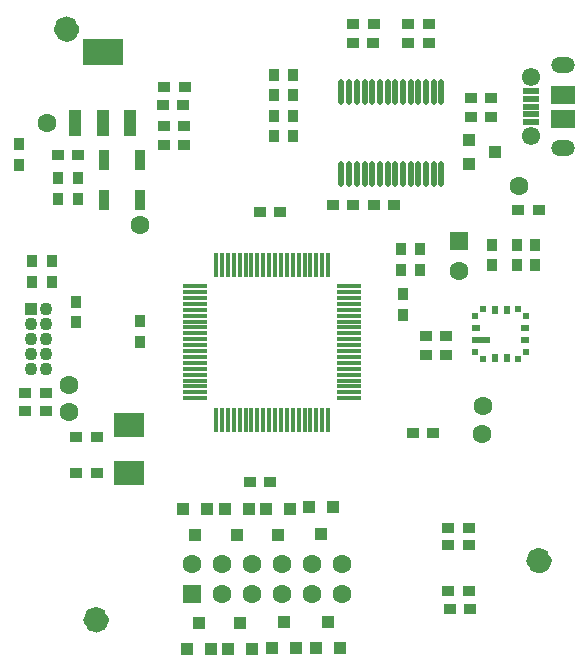
<source format=gts>
G04 Layer_Color=8388736*
%FSLAX43Y43*%
%MOMM*%
G71*
G01*
G75*
%ADD48C,1.200*%
%ADD49O,0.450X2.200*%
%ADD50R,1.000X0.900*%
%ADD51R,0.900X1.000*%
%ADD52R,1.116X1.116*%
%ADD53R,2.000X1.600*%
%ADD54R,1.450X0.500*%
%ADD55C,1.600*%
%ADD56R,3.400X2.300*%
%ADD57R,1.100X2.300*%
%ADD58R,0.900X1.700*%
%ADD59R,1.116X1.116*%
%ADD60R,2.500X2.000*%
%ADD61R,0.800X0.600*%
%ADD62R,0.600X0.600*%
%ADD63R,0.600X0.600*%
%ADD64R,0.600X0.800*%
%ADD65R,1.600X0.600*%
%ADD66O,0.400X2.100*%
%ADD67O,2.100X0.400*%
%ADD68O,2.000X1.350*%
%ADD69C,1.550*%
%ADD70R,1.600X1.600*%
%ADD71R,1.100X1.100*%
%ADD72C,1.100*%
%ADD73R,0.100X0.100*%
%ADD74R,1.600X1.600*%
D48*
X10500Y5000D02*
G03*
X10500Y5000I-500J0D01*
G01*
X48000Y10000D02*
G03*
X48000Y10000I-500J0D01*
G01*
X8000Y55000D02*
G03*
X8000Y55000I-500J0D01*
G01*
D49*
X30775Y42750D02*
D03*
X31425D02*
D03*
X32075D02*
D03*
X32725D02*
D03*
X33375D02*
D03*
X34025D02*
D03*
X34675D02*
D03*
X35325D02*
D03*
X35975D02*
D03*
X36625D02*
D03*
X37275D02*
D03*
X37925D02*
D03*
X38575D02*
D03*
X39225D02*
D03*
X30775Y49650D02*
D03*
X31425D02*
D03*
X32075D02*
D03*
X32725D02*
D03*
X33375D02*
D03*
X34025D02*
D03*
X34675D02*
D03*
X35325D02*
D03*
X35975D02*
D03*
X36625D02*
D03*
X37275D02*
D03*
X37925D02*
D03*
X38575D02*
D03*
X39225D02*
D03*
D50*
X24764Y16700D02*
D03*
X23036D02*
D03*
X43464Y47600D02*
D03*
X41736D02*
D03*
X43464Y49200D02*
D03*
X41736D02*
D03*
X38164Y53800D02*
D03*
X36436D02*
D03*
X38164Y55400D02*
D03*
X36436D02*
D03*
X33464Y53800D02*
D03*
X31736D02*
D03*
X31767Y55410D02*
D03*
X33495D02*
D03*
X45736Y39700D02*
D03*
X47464D02*
D03*
X17513Y50083D02*
D03*
X15785D02*
D03*
X17386Y48559D02*
D03*
X15658D02*
D03*
X15736Y46800D02*
D03*
X17464D02*
D03*
X15736Y45200D02*
D03*
X17464D02*
D03*
X8496Y44368D02*
D03*
X6768D02*
D03*
X23836Y39500D02*
D03*
X25564D02*
D03*
X31764Y40100D02*
D03*
X30036D02*
D03*
X33536D02*
D03*
X35264D02*
D03*
X39664Y27400D02*
D03*
X37936D02*
D03*
X39664Y29000D02*
D03*
X37936D02*
D03*
X36836Y20800D02*
D03*
X38564D02*
D03*
X39836Y12800D02*
D03*
X41564D02*
D03*
X39936Y5900D02*
D03*
X41664D02*
D03*
X39836Y7400D02*
D03*
X41564D02*
D03*
X39836Y11300D02*
D03*
X41564D02*
D03*
X8336Y20500D02*
D03*
X10064D02*
D03*
X8336Y17400D02*
D03*
X10064D02*
D03*
X5750Y22677D02*
D03*
X4022D02*
D03*
Y24201D02*
D03*
X5750D02*
D03*
D51*
X26700Y45936D02*
D03*
Y47664D02*
D03*
X25100Y45936D02*
D03*
Y47664D02*
D03*
X26674Y51148D02*
D03*
Y49420D02*
D03*
X25100Y51164D02*
D03*
Y49436D02*
D03*
X43500Y35036D02*
D03*
Y36764D02*
D03*
X8500Y42364D02*
D03*
Y40636D02*
D03*
X6800Y42364D02*
D03*
Y40636D02*
D03*
X3500Y45264D02*
D03*
Y43536D02*
D03*
X35800Y36364D02*
D03*
Y34636D02*
D03*
X37400Y36364D02*
D03*
Y34636D02*
D03*
X47200Y35036D02*
D03*
Y36764D02*
D03*
X45600Y35036D02*
D03*
Y36764D02*
D03*
X36000Y30836D02*
D03*
Y32564D02*
D03*
X13700Y30264D02*
D03*
Y28536D02*
D03*
X6283Y35352D02*
D03*
Y33624D02*
D03*
X4600Y33636D02*
D03*
Y35364D02*
D03*
X8315Y30195D02*
D03*
Y31923D02*
D03*
D52*
X41590Y43584D02*
D03*
Y45616D02*
D03*
X43800Y44600D02*
D03*
D53*
X49500Y49400D02*
D03*
Y47400D02*
D03*
D54*
X46800Y49750D02*
D03*
Y49100D02*
D03*
Y48450D02*
D03*
Y47800D02*
D03*
Y47150D02*
D03*
D55*
X45800Y41700D02*
D03*
X13728Y38399D02*
D03*
X5854Y47035D02*
D03*
X42732Y23058D02*
D03*
X42700Y20700D02*
D03*
X7680Y24836D02*
D03*
Y22550D02*
D03*
X30820Y9700D02*
D03*
Y7160D02*
D03*
X28280Y9700D02*
D03*
Y7160D02*
D03*
X25740Y9700D02*
D03*
Y7160D02*
D03*
X23200Y9700D02*
D03*
Y7160D02*
D03*
X20660Y9700D02*
D03*
Y7160D02*
D03*
X18120Y9700D02*
D03*
X40700Y34560D02*
D03*
D56*
X10553Y53083D02*
D03*
D57*
X12853Y47083D02*
D03*
X10553D02*
D03*
X8253D02*
D03*
D58*
X13728Y40509D02*
D03*
Y43909D02*
D03*
X10680Y40509D02*
D03*
Y43909D02*
D03*
D59*
X30616Y2590D02*
D03*
X28584D02*
D03*
X29600Y4800D02*
D03*
X26916Y2590D02*
D03*
X24884D02*
D03*
X25900Y4800D02*
D03*
X23216Y2490D02*
D03*
X21184D02*
D03*
X22200Y4700D02*
D03*
X19700Y2500D02*
D03*
X17668D02*
D03*
X18684Y4710D02*
D03*
X27984Y14510D02*
D03*
X30016D02*
D03*
X29000Y12300D02*
D03*
X24400Y14400D02*
D03*
X26432D02*
D03*
X25416Y12190D02*
D03*
X20884Y14410D02*
D03*
X22916D02*
D03*
X21900Y12200D02*
D03*
X17368Y14400D02*
D03*
X19400D02*
D03*
X18384Y12190D02*
D03*
D60*
X12800Y21500D02*
D03*
Y17400D02*
D03*
D61*
X42200Y29700D02*
D03*
X46300D02*
D03*
Y28700D02*
D03*
D62*
X42100Y30700D02*
D03*
X46400D02*
D03*
Y27700D02*
D03*
X42100D02*
D03*
D63*
X42750Y31350D02*
D03*
X45750D02*
D03*
Y27050D02*
D03*
X42750D02*
D03*
D64*
X43750Y31250D02*
D03*
X44750D02*
D03*
Y27150D02*
D03*
X43750D02*
D03*
D65*
X42600Y28700D02*
D03*
D66*
X20150Y35050D02*
D03*
X20650D02*
D03*
X21150D02*
D03*
X21650D02*
D03*
X22150D02*
D03*
X22650D02*
D03*
X23150D02*
D03*
X23650D02*
D03*
X24150D02*
D03*
X24650D02*
D03*
X25150D02*
D03*
X25650D02*
D03*
X26150D02*
D03*
X26650D02*
D03*
X27150D02*
D03*
X27650D02*
D03*
X28150D02*
D03*
X28650D02*
D03*
X29150D02*
D03*
X29650D02*
D03*
Y21950D02*
D03*
X29150D02*
D03*
X28650D02*
D03*
X28150D02*
D03*
X27650D02*
D03*
X27150D02*
D03*
X26650D02*
D03*
X26150D02*
D03*
X25650D02*
D03*
X25150D02*
D03*
X24650D02*
D03*
X24150D02*
D03*
X23650D02*
D03*
X23150D02*
D03*
X22650D02*
D03*
X22150D02*
D03*
X21650D02*
D03*
X21150D02*
D03*
X20650D02*
D03*
X20150D02*
D03*
D67*
X31450Y33250D02*
D03*
Y32750D02*
D03*
Y32250D02*
D03*
Y31750D02*
D03*
Y31250D02*
D03*
Y30750D02*
D03*
Y30250D02*
D03*
Y29750D02*
D03*
Y29250D02*
D03*
Y28750D02*
D03*
Y28250D02*
D03*
Y27750D02*
D03*
Y27250D02*
D03*
Y26750D02*
D03*
Y26250D02*
D03*
Y25750D02*
D03*
Y25250D02*
D03*
Y24750D02*
D03*
Y24250D02*
D03*
Y23750D02*
D03*
X18350D02*
D03*
Y24250D02*
D03*
Y24750D02*
D03*
Y25250D02*
D03*
Y25750D02*
D03*
Y26250D02*
D03*
Y26750D02*
D03*
Y27250D02*
D03*
Y27750D02*
D03*
Y28250D02*
D03*
Y28750D02*
D03*
Y29250D02*
D03*
Y29750D02*
D03*
Y30250D02*
D03*
Y30750D02*
D03*
Y31250D02*
D03*
Y31750D02*
D03*
Y32250D02*
D03*
Y32750D02*
D03*
Y33250D02*
D03*
D68*
X49500Y51950D02*
D03*
Y44950D02*
D03*
D69*
X46800Y50950D02*
D03*
Y45950D02*
D03*
D70*
X18120Y7160D02*
D03*
D71*
X4505Y31313D02*
D03*
D72*
X5775D02*
D03*
X4505Y30043D02*
D03*
X5775D02*
D03*
X4505Y28773D02*
D03*
X5775D02*
D03*
X4505Y27503D02*
D03*
X5775D02*
D03*
X4505Y26233D02*
D03*
X5775D02*
D03*
D73*
X4000Y5000D02*
D03*
X46000D02*
D03*
X43000Y54000D02*
D03*
X4000D02*
D03*
D74*
X40700Y37100D02*
D03*
M02*

</source>
